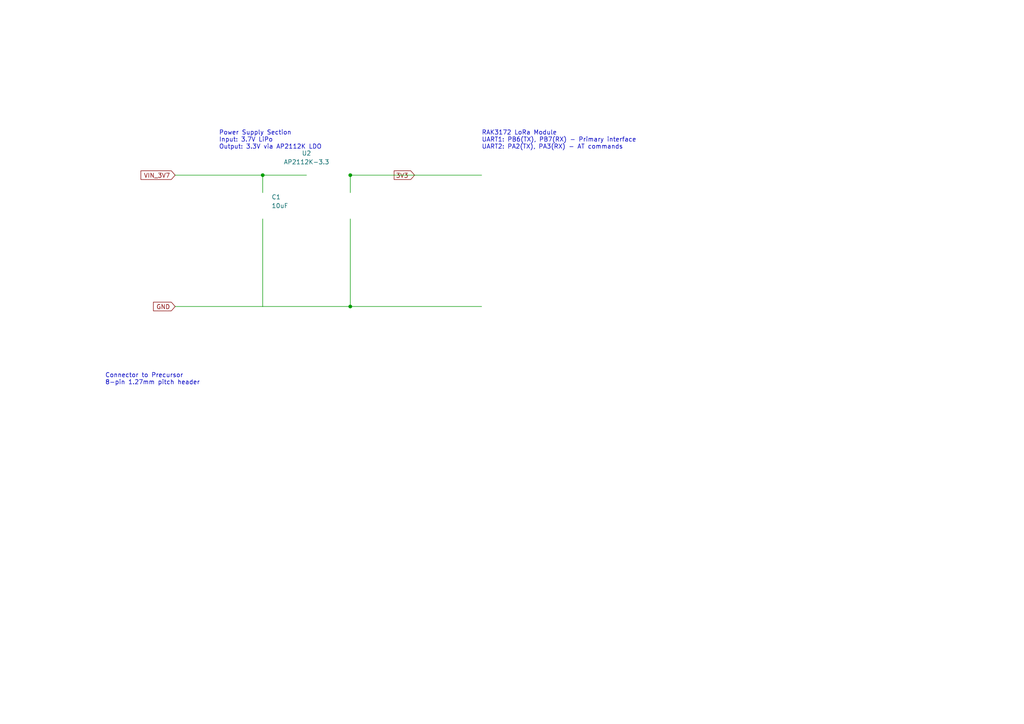
<source format=kicad_sch>
(kicad_sch (version 20231120) (generator "eeschema") (generator_version "8.0")
  (paper "A4")
  (title_block (title "Precursor LoRa Expansion Module") (date "2026-01-26") (rev "1.0") (company "Open Source Hardware") (comment 1 "RAK3172-based LoRa radio for Precursor") (comment 2 "License: CERN-OHL-P v2"))
  (lib_symbols)
  (junction (at 76.2 50.8))
  (junction (at 101.6 50.8))
  (junction (at 101.6 88.9))
  (wire (pts (xy 50.8 50.8) (xy 76.2 50.8)))
  (wire (pts (xy 76.2 50.8) (xy 88.9 50.8)))
  (wire (pts (xy 101.6 50.8) (xy 114.3 50.8)))
  (wire (pts (xy 101.6 50.8) (xy 101.6 55.88)))
  (wire (pts (xy 76.2 50.8) (xy 76.2 55.88)))
  (wire (pts (xy 50.8 88.9) (xy 76.2 88.9)))
  (wire (pts (xy 76.2 88.9) (xy 76.2 63.5)))
  (wire (pts (xy 76.2 88.9) (xy 101.6 88.9)))
  (wire (pts (xy 101.6 88.9) (xy 101.6 63.5)))
  (wire (pts (xy 101.6 88.9) (xy 139.7 88.9)))
  (wire (pts (xy 114.3 50.8) (xy 139.7 50.8)))
  (global_label "VIN_3V7" (shape input) (at 50.8 50.8 180) (property "Intersheetrefs" "${INTERSHEET_REFS}" (effects (hide yes))))
  (global_label "GND" (shape input) (at 50.8 88.9 180) (property "Intersheetrefs" "${INTERSHEET_REFS}" (effects (hide yes))))
  (global_label "3V3" (shape output) (at 114.3 50.8 0) (property "Intersheetrefs" "${INTERSHEET_REFS}" (effects (hide yes))))
  (text "Power Supply Section\nInput: 3.7V LiPo\nOutput: 3.3V via AP2112K LDO" (at 63.5 40.64 0) (effects (font (size 1.27 1.27)) (justify left)))
  (text "RAK3172 LoRa Module\nUART1: PB6(TX), PB7(RX) - Primary interface\nUART2: PA2(TX), PA3(RX) - AT commands" (at 139.7 40.64 0) (effects (font (size 1.27 1.27)) (justify left)))
  (text "Connector to Precursor\n8-pin 1.27mm pitch header" (at 30.48 110 0) (effects (font (size 1.27 1.27)) (justify left)))
  (symbol (lib_id "Regulator_Linear:AP2112K-3.3") (at 88.9 53.34 0) (unit 1)
    (property "Reference" "U2" (at 88.9 44.45 0))
    (property "Value" "AP2112K-3.3" (at 88.9 46.99 0))
    (property "Footprint" "Package_TO_SOT_SMD:SOT-23-5" (effects (hide yes)))
    (property "Datasheet" "https://www.diodes.com/assets/Datasheets/AP2112.pdf" (effects (hide yes)))
    (property "MPN" "AP2112K-3.3TRG1" (effects (hide yes)))
  )
  (symbol (lib_id "Device:C") (at 76.2 59.69 0) (unit 1)
    (property "Reference" "C1" (at 78.74 57.15 0) (effects (justify left)))
    (property "Value" "10uF" (at 78.74 59.69 0) (effects (justify left)))
    (property "Footprint" "Capacitor_SMD:C_0603_1608Metric" (effects (hide yes)))
    (property "MPN" "CL10A106KP8NNNC" (effects (hide yes)))
  )
  (symbol (lib_id "Device:C") (at 101.6 59.69 0) (unit 1)
    (property "Reference" "C2" (at 104.14 57.15 0) (effects (justify left)))
    (property "Value" "10uF" (at 104.14 59.69 0) (effects (justify left)))
    (property "Footprint" "Capacitor_SMD:C_0603_1608Metric" (effects (hide yes)))
    (property "MPN" "CL10A106KP8NNNC" (effects (hide yes)))
  )
)
</source>
